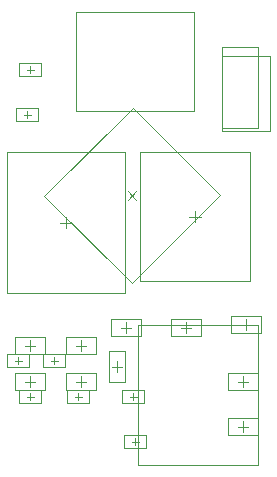
<source format=gbr>
%TF.GenerationSoftware,Altium Limited,Altium Designer,24.7.2 (38)*%
G04 Layer_Color=32768*
%FSLAX45Y45*%
%MOMM*%
%TF.SameCoordinates,C77648C0-80D8-424D-8617-BB5A92A82554*%
%TF.FilePolarity,Positive*%
%TF.FileFunction,Other,Mechanical_15*%
%TF.Part,Single*%
G01*
G75*
%TA.AperFunction,NonConductor*%
%ADD56C,0.10000*%
%ADD57C,0.05000*%
D56*
X996401Y889000D02*
X1086399D01*
X1041400Y844001D02*
Y933999D01*
X564601Y889000D02*
X654599D01*
X609600Y844001D02*
Y933999D01*
X564601Y1193800D02*
X654599D01*
X609600Y1148801D02*
Y1238799D01*
X1346200Y971001D02*
Y1060999D01*
X1301201Y1016000D02*
X1391199D01*
X996401Y1193800D02*
X1086399D01*
X1041400Y1148801D02*
Y1238799D01*
X1437843Y2499157D02*
X1508557Y2428443D01*
X1437843D02*
X1508557Y2499157D01*
X1885401Y1346200D02*
X1975399D01*
X1930400Y1301201D02*
Y1391199D01*
X2006600Y2236003D02*
Y2336002D01*
X1956598Y2286000D02*
X2056602D01*
X985500Y762000D02*
X1046500D01*
X1016000Y731500D02*
Y792500D01*
X782300Y1066800D02*
X843300D01*
X812800Y1036300D02*
Y1097300D01*
X2393401Y1371600D02*
X2483399D01*
X2438400Y1326601D02*
Y1416599D01*
X1377401Y1346200D02*
X1467399D01*
X1422400Y1301201D02*
Y1391199D01*
X553700Y3149600D02*
X614700D01*
X584200Y3119100D02*
Y3180100D01*
X1468100Y381000D02*
X1529100D01*
X1498600Y350500D02*
Y411500D01*
X2368001Y889000D02*
X2457999D01*
X2413000Y844001D02*
Y933999D01*
X2368001Y508000D02*
X2457999D01*
X2413000Y463001D02*
Y552999D01*
X1451900Y762000D02*
X1512900D01*
X1482400Y731500D02*
Y792500D01*
X579100Y762000D02*
X640100D01*
X609600Y731500D02*
Y792500D01*
X477500Y1066800D02*
X538500D01*
X508000Y1036300D02*
Y1097300D01*
X579100Y3530600D02*
X640100D01*
X609600Y3500100D02*
Y3561100D01*
X864403Y2235200D02*
X964402D01*
X914400Y2185198D02*
Y2285202D01*
D57*
X911398Y818998D02*
Y959002D01*
X1171402Y818998D02*
Y959002D01*
X911398D02*
X1171402D01*
X911398Y818998D02*
X1171402D01*
X479598D02*
Y959002D01*
X739602Y818998D02*
Y959002D01*
X479598D02*
X739602D01*
X479598Y818998D02*
X739602D01*
X479598Y1123798D02*
Y1263802D01*
X739602Y1123798D02*
Y1263802D01*
X479598D02*
X739602D01*
X479598Y1123798D02*
X739602D01*
X1276203Y885998D02*
X1416202D01*
X1276203Y1146002D02*
X1416202D01*
X1276203Y885998D02*
Y1146002D01*
X1416202Y885998D02*
Y1146002D01*
X2233397Y3642401D02*
X2643403D01*
X2233397Y3012399D02*
Y3642401D01*
X2643403Y3012399D02*
Y3642401D01*
X2233397Y3012399D02*
X2643403D01*
X911398Y1123798D02*
Y1263802D01*
X1171402Y1123798D02*
Y1263802D01*
X911398D02*
X1171402D01*
X911398Y1123798D02*
X1171402D01*
X1521998Y1369400D02*
X2542002D01*
Y179400D02*
Y1369400D01*
X1521998Y179400D02*
X2542002D01*
X1521998D02*
Y1369400D01*
X1469664Y1721338D02*
X2215662Y2467336D01*
X730738Y2460264D02*
X1476736Y3206262D01*
X730738Y2460264D02*
X1469664Y1721338D01*
X1476736Y3206262D02*
X2215662Y2467336D01*
X2060402Y1276198D02*
Y1416202D01*
X1800398Y1276198D02*
Y1416202D01*
X2060402D01*
X1800398Y1276198D02*
X2060402D01*
X2234601Y3035701D02*
X2540599D01*
X2234601D02*
Y3720699D01*
X2540599D01*
Y3035701D02*
Y3720699D01*
X1541602Y1735999D02*
X2471598D01*
X1541602Y2836001D02*
X2471598D01*
X1541602Y1735999D02*
Y2836001D01*
X2471598Y1735999D02*
Y2836001D01*
X1111001Y706999D02*
Y817001D01*
X920999Y706999D02*
Y817001D01*
X1111001D01*
X920999Y706999D02*
X1111001D01*
X907801Y1011799D02*
Y1121801D01*
X717799Y1011799D02*
Y1121801D01*
X907801D01*
X717799Y1011799D02*
X907801D01*
X2568402Y1301598D02*
Y1441602D01*
X2308398Y1301598D02*
Y1441602D01*
X2568402D01*
X2308398Y1301598D02*
X2568402D01*
X1552402Y1276198D02*
Y1416202D01*
X1292398Y1276198D02*
Y1416202D01*
X1552402D01*
X1292398Y1276198D02*
X1552402D01*
X679201Y3094599D02*
Y3204601D01*
X489199Y3094599D02*
Y3204601D01*
X679201D01*
X489199Y3094599D02*
X679201D01*
X1593601Y325999D02*
Y436001D01*
X1403599Y325999D02*
Y436001D01*
X1593601D01*
X1403599Y325999D02*
X1593601D01*
X2543002Y818998D02*
Y959002D01*
X2282998Y818998D02*
Y959002D01*
X2543002D01*
X2282998Y818998D02*
X2543002D01*
Y437998D02*
Y578002D01*
X2282998Y437998D02*
Y578002D01*
X2543002D01*
X2282998Y437998D02*
X2543002D01*
X1577401Y706999D02*
Y817001D01*
X1387399Y706999D02*
Y817001D01*
X1577401D01*
X1387399Y706999D02*
X1577401D01*
X704601D02*
Y817001D01*
X514599Y706999D02*
Y817001D01*
X704601D01*
X514599Y706999D02*
X704601D01*
X603001Y1011799D02*
Y1121801D01*
X412999Y1011799D02*
Y1121801D01*
X603001D01*
X412999Y1011799D02*
X603001D01*
X704601Y3475599D02*
Y3585601D01*
X514599Y3475599D02*
Y3585601D01*
X704601D01*
X514599Y3475599D02*
X704601D01*
X414401Y1640200D02*
Y2830200D01*
X1414399Y1640200D02*
Y2830200D01*
X414401D02*
X1414399D01*
X414401Y1640200D02*
X1414399D01*
X2001098Y3176798D02*
Y4018798D01*
X996102D02*
X2001098D01*
X996102Y3176798D02*
Y4018798D01*
Y3176798D02*
X2001098D01*
%TF.MD5,954cfe8ee7b8dcb72513a982a8ef9a82*%
M02*

</source>
